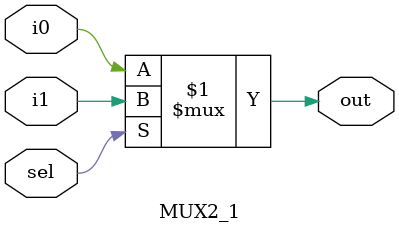
<source format=v>
module MUX2_1( i0, i1, sel, out );
  
  input i0, i1 ;
  input sel ;
  output out ;
  
  assign out = (sel)? i1: i0 ;
  
endmodule
</source>
